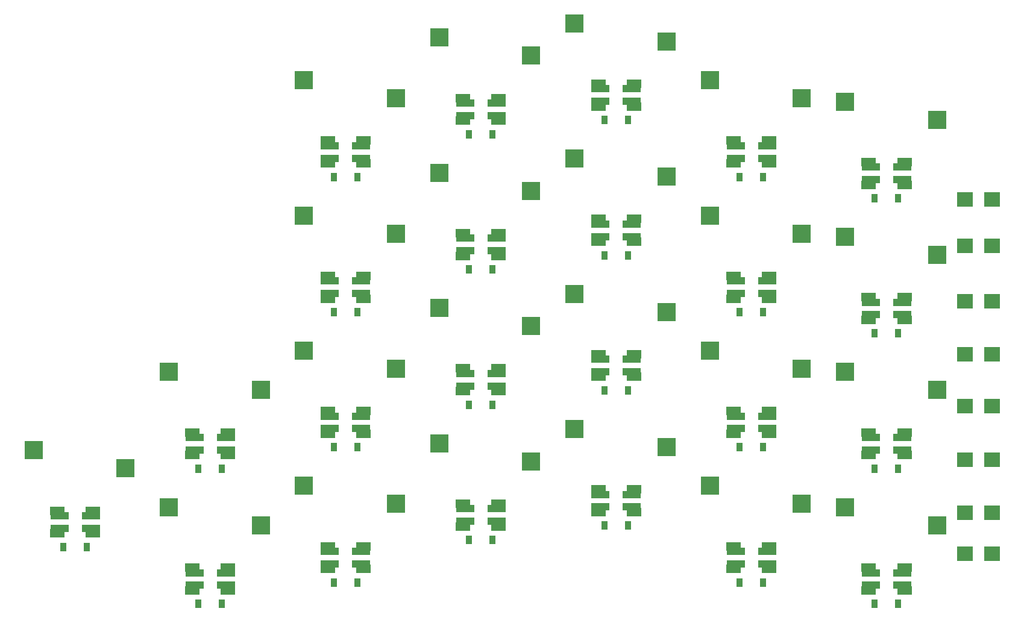
<source format=gbr>
%TF.GenerationSoftware,KiCad,Pcbnew,6.0.10-86aedd382b~118~ubuntu22.04.1*%
%TF.CreationDate,2023-01-31T18:23:29-07:00*%
%TF.ProjectId,scaarix_flow,73636161-7269-4785-9f66-6c6f772e6b69,v1.0.0*%
%TF.SameCoordinates,Original*%
%TF.FileFunction,Paste,Top*%
%TF.FilePolarity,Positive*%
%FSLAX46Y46*%
G04 Gerber Fmt 4.6, Leading zero omitted, Abs format (unit mm)*
G04 Created by KiCad (PCBNEW 6.0.10-86aedd382b~118~ubuntu22.04.1) date 2023-01-31 18:23:29*
%MOMM*%
%LPD*%
G01*
G04 APERTURE LIST*
%ADD10R,2.600000X1.000000*%
%ADD11R,2.000000X1.200000*%
%ADD12R,0.900000X1.200000*%
%ADD13R,2.550000X2.500000*%
%ADD14R,2.200000X2.000000*%
G04 APERTURE END LIST*
D10*
%TO.C,LED19*%
X223900000Y-61425000D03*
X223900000Y-63175000D03*
X228300000Y-63175000D03*
X228300000Y-61425000D03*
D11*
X223600000Y-60700000D03*
X223600000Y-63900000D03*
X228600000Y-63900000D03*
X228600000Y-60700000D03*
%TD*%
D12*
%TO.C,D6*%
X167450000Y-84800000D03*
X170750000Y-84800000D03*
%TD*%
%TO.C,D9*%
X186450000Y-97800000D03*
X189750000Y-97800000D03*
%TD*%
D10*
%TO.C,LED1*%
X128900000Y-113425000D03*
X128900000Y-115175000D03*
X133300000Y-115175000D03*
X133300000Y-113425000D03*
D11*
X128600000Y-112700000D03*
X128600000Y-115900000D03*
X133600000Y-115900000D03*
X133600000Y-112700000D03*
%TD*%
D10*
%TO.C,LED20*%
X242900000Y-121425000D03*
X242900000Y-123175000D03*
X247300000Y-123175000D03*
X247300000Y-121425000D03*
D11*
X242600000Y-120700000D03*
X242600000Y-123900000D03*
X247600000Y-123900000D03*
X247600000Y-120700000D03*
%TD*%
D13*
%TO.C,S15*%
X214185000Y-46760000D03*
X201258000Y-44220000D03*
%TD*%
D10*
%TO.C,LED16*%
X223900000Y-118425000D03*
X223900000Y-120175000D03*
X228300000Y-120175000D03*
X228300000Y-118425000D03*
D11*
X223600000Y-117700000D03*
X223600000Y-120900000D03*
X228600000Y-120900000D03*
X228600000Y-117700000D03*
%TD*%
D13*
%TO.C,S10*%
X195185000Y-67760000D03*
X182258000Y-65220000D03*
%TD*%
%TO.C,S3*%
X157185000Y-95760000D03*
X144258000Y-93220000D03*
%TD*%
D10*
%TO.C,LED23*%
X242900000Y-64425000D03*
X242900000Y-66175000D03*
X247300000Y-66175000D03*
X247300000Y-64425000D03*
D11*
X242600000Y-63700000D03*
X242600000Y-66900000D03*
X247600000Y-66900000D03*
X247600000Y-63700000D03*
%TD*%
D13*
%TO.C,S22*%
X252185000Y-76760000D03*
X239258000Y-74220000D03*
%TD*%
%TO.C,S20*%
X252185000Y-114760000D03*
X239258000Y-112220000D03*
%TD*%
D12*
%TO.C,D19*%
X224450000Y-65800000D03*
X227750000Y-65800000D03*
%TD*%
D13*
%TO.C,S16*%
X233185000Y-111760000D03*
X220258000Y-109220000D03*
%TD*%
D10*
%TO.C,LED9*%
X185900000Y-93425000D03*
X185900000Y-95175000D03*
X190300000Y-95175000D03*
X190300000Y-93425000D03*
D11*
X185600000Y-92700000D03*
X185600000Y-95900000D03*
X190600000Y-95900000D03*
X190600000Y-92700000D03*
%TD*%
D10*
%TO.C,LED10*%
X185900000Y-74425000D03*
X185900000Y-76175000D03*
X190300000Y-76175000D03*
X190300000Y-74425000D03*
D11*
X185600000Y-73700000D03*
X185600000Y-76900000D03*
X190600000Y-76900000D03*
X190600000Y-73700000D03*
%TD*%
D13*
%TO.C,S9*%
X195185000Y-86760000D03*
X182258000Y-84220000D03*
%TD*%
D12*
%TO.C,D3*%
X148450000Y-106800000D03*
X151750000Y-106800000D03*
%TD*%
D13*
%TO.C,S19*%
X233185000Y-54760000D03*
X220258000Y-52220000D03*
%TD*%
D12*
%TO.C,D14*%
X205450000Y-76800000D03*
X208750000Y-76800000D03*
%TD*%
%TO.C,D17*%
X224450000Y-103800000D03*
X227750000Y-103800000D03*
%TD*%
%TO.C,D8*%
X186450000Y-116800000D03*
X189750000Y-116800000D03*
%TD*%
D13*
%TO.C,S4*%
X176185000Y-111760000D03*
X163258000Y-109220000D03*
%TD*%
D12*
%TO.C,D1*%
X129450000Y-117800000D03*
X132750000Y-117800000D03*
%TD*%
D10*
%TO.C,LED5*%
X166900000Y-99425000D03*
X166900000Y-101175000D03*
X171300000Y-101175000D03*
X171300000Y-99425000D03*
D11*
X166600000Y-98700000D03*
X166600000Y-101900000D03*
X171600000Y-101900000D03*
X171600000Y-98700000D03*
%TD*%
D10*
%TO.C,LED2*%
X147900000Y-121425000D03*
X147900000Y-123175000D03*
X152300000Y-123175000D03*
X152300000Y-121425000D03*
D11*
X147600000Y-120700000D03*
X147600000Y-123900000D03*
X152600000Y-123900000D03*
X152600000Y-120700000D03*
%TD*%
D10*
%TO.C,LED7*%
X166900000Y-61425000D03*
X166900000Y-63175000D03*
X171300000Y-63175000D03*
X171300000Y-61425000D03*
D11*
X166600000Y-60700000D03*
X166600000Y-63900000D03*
X171600000Y-63900000D03*
X171600000Y-60700000D03*
%TD*%
D10*
%TO.C,LED3*%
X147900000Y-102425000D03*
X147900000Y-104175000D03*
X152300000Y-104175000D03*
X152300000Y-102425000D03*
D11*
X147600000Y-101700000D03*
X147600000Y-104900000D03*
X152600000Y-104900000D03*
X152600000Y-101700000D03*
%TD*%
D10*
%TO.C,LED12*%
X204900000Y-110425000D03*
X204900000Y-112175000D03*
X209300000Y-112175000D03*
X209300000Y-110425000D03*
D11*
X204600000Y-109700000D03*
X204600000Y-112900000D03*
X209600000Y-112900000D03*
X209600000Y-109700000D03*
%TD*%
D12*
%TO.C,D22*%
X243450000Y-87800000D03*
X246750000Y-87800000D03*
%TD*%
D13*
%TO.C,S11*%
X195185000Y-48760000D03*
X182258000Y-46220000D03*
%TD*%
D12*
%TO.C,D16*%
X224450000Y-122800000D03*
X227750000Y-122800000D03*
%TD*%
%TO.C,D4*%
X167450000Y-122800000D03*
X170750000Y-122800000D03*
%TD*%
D10*
%TO.C,LED17*%
X223900000Y-99425000D03*
X223900000Y-101175000D03*
X228300000Y-101175000D03*
X228300000Y-99425000D03*
D11*
X223600000Y-98700000D03*
X223600000Y-101900000D03*
X228600000Y-101900000D03*
X228600000Y-98700000D03*
%TD*%
D13*
%TO.C,S23*%
X252185000Y-57760000D03*
X239258000Y-55220000D03*
%TD*%
D10*
%TO.C,LED13*%
X204900000Y-91425000D03*
X204900000Y-93175000D03*
X209300000Y-93175000D03*
X209300000Y-91425000D03*
D11*
X204600000Y-90700000D03*
X204600000Y-93900000D03*
X209600000Y-93900000D03*
X209600000Y-90700000D03*
%TD*%
D10*
%TO.C,LED21*%
X242900000Y-102425000D03*
X242900000Y-104175000D03*
X247300000Y-104175000D03*
X247300000Y-102425000D03*
D11*
X242600000Y-101700000D03*
X242600000Y-104900000D03*
X247600000Y-104900000D03*
X247600000Y-101700000D03*
%TD*%
D12*
%TO.C,D15*%
X205450000Y-57800000D03*
X208750000Y-57800000D03*
%TD*%
%TO.C,D20*%
X243450000Y-125800000D03*
X246750000Y-125800000D03*
%TD*%
D13*
%TO.C,S21*%
X252185000Y-95760000D03*
X239258000Y-93220000D03*
%TD*%
D10*
%TO.C,LED15*%
X204900000Y-53425000D03*
X204900000Y-55175000D03*
X209300000Y-55175000D03*
X209300000Y-53425000D03*
D11*
X204600000Y-52700000D03*
X204600000Y-55900000D03*
X209600000Y-55900000D03*
X209600000Y-52700000D03*
%TD*%
D13*
%TO.C,S2*%
X157185000Y-114760000D03*
X144258000Y-112220000D03*
%TD*%
D10*
%TO.C,LED6*%
X166900000Y-80425000D03*
X166900000Y-82175000D03*
X171300000Y-82175000D03*
X171300000Y-80425000D03*
D11*
X166600000Y-79700000D03*
X166600000Y-82900000D03*
X171600000Y-82900000D03*
X171600000Y-79700000D03*
%TD*%
D12*
%TO.C,D2*%
X148450000Y-125800000D03*
X151750000Y-125800000D03*
%TD*%
D13*
%TO.C,S8*%
X195185000Y-105760000D03*
X182258000Y-103220000D03*
%TD*%
D12*
%TO.C,D5*%
X167450000Y-103800000D03*
X170750000Y-103800000D03*
%TD*%
D13*
%TO.C,S13*%
X214185000Y-84760000D03*
X201258000Y-82220000D03*
%TD*%
D12*
%TO.C,D7*%
X167450000Y-65800000D03*
X170750000Y-65800000D03*
%TD*%
D13*
%TO.C,S1*%
X138185000Y-106760000D03*
X125258000Y-104220000D03*
%TD*%
D12*
%TO.C,D13*%
X205450000Y-95800000D03*
X208750000Y-95800000D03*
%TD*%
D13*
%TO.C,S5*%
X176185000Y-92760000D03*
X163258000Y-90220000D03*
%TD*%
D12*
%TO.C,D18*%
X224450000Y-84800000D03*
X227750000Y-84800000D03*
%TD*%
D13*
%TO.C,S6*%
X176185000Y-73760000D03*
X163258000Y-71220000D03*
%TD*%
%TO.C,S12*%
X214185000Y-103760000D03*
X201258000Y-101220000D03*
%TD*%
%TO.C,S7*%
X176185000Y-54760000D03*
X163258000Y-52220000D03*
%TD*%
%TO.C,S14*%
X214185000Y-65760000D03*
X201258000Y-63220000D03*
%TD*%
D10*
%TO.C,LED11*%
X185900000Y-55425000D03*
X185900000Y-57175000D03*
X190300000Y-57175000D03*
X190300000Y-55425000D03*
D11*
X185600000Y-54700000D03*
X185600000Y-57900000D03*
X190600000Y-57900000D03*
X190600000Y-54700000D03*
%TD*%
D13*
%TO.C,S18*%
X233185000Y-73760000D03*
X220258000Y-71220000D03*
%TD*%
D12*
%TO.C,D21*%
X243450000Y-106800000D03*
X246750000Y-106800000D03*
%TD*%
%TO.C,D11*%
X186450000Y-59800000D03*
X189750000Y-59800000D03*
%TD*%
D13*
%TO.C,S17*%
X233185000Y-92760000D03*
X220258000Y-90220000D03*
%TD*%
D10*
%TO.C,LED14*%
X204900000Y-72425000D03*
X204900000Y-74175000D03*
X209300000Y-74175000D03*
X209300000Y-72425000D03*
D11*
X204600000Y-71700000D03*
X204600000Y-74900000D03*
X209600000Y-74900000D03*
X209600000Y-71700000D03*
%TD*%
D10*
%TO.C,LED22*%
X242900000Y-83425000D03*
X242900000Y-85175000D03*
X247300000Y-85175000D03*
X247300000Y-83425000D03*
D11*
X242600000Y-82700000D03*
X242600000Y-85900000D03*
X247600000Y-85900000D03*
X247600000Y-82700000D03*
%TD*%
D10*
%TO.C,LED4*%
X166900000Y-118425000D03*
X166900000Y-120175000D03*
X171300000Y-120175000D03*
X171300000Y-118425000D03*
D11*
X166600000Y-117700000D03*
X166600000Y-120900000D03*
X171600000Y-120900000D03*
X171600000Y-117700000D03*
%TD*%
D10*
%TO.C,LED18*%
X223900000Y-80425000D03*
X223900000Y-82175000D03*
X228300000Y-82175000D03*
X228300000Y-80425000D03*
D11*
X223600000Y-79700000D03*
X223600000Y-82900000D03*
X228600000Y-82900000D03*
X228600000Y-79700000D03*
%TD*%
D12*
%TO.C,D10*%
X186450000Y-78800000D03*
X189750000Y-78800000D03*
%TD*%
%TO.C,D23*%
X243450000Y-68800000D03*
X246750000Y-68800000D03*
%TD*%
%TO.C,D12*%
X205450000Y-114800000D03*
X208750000Y-114800000D03*
%TD*%
D10*
%TO.C,LED8*%
X185900000Y-112425000D03*
X185900000Y-114175000D03*
X190300000Y-114175000D03*
X190300000Y-112425000D03*
D11*
X185600000Y-111700000D03*
X185600000Y-114900000D03*
X190600000Y-114900000D03*
X190600000Y-111700000D03*
%TD*%
D14*
%TO.C,J1*%
X256100000Y-69000000D03*
X259900000Y-69000000D03*
X256100000Y-75500000D03*
X259900000Y-75500000D03*
X259900000Y-83250000D03*
X256100000Y-83250000D03*
X259900000Y-90750000D03*
X259900000Y-98000000D03*
X256100000Y-90750000D03*
X256100000Y-98000000D03*
X259900000Y-105500000D03*
X256100000Y-105500000D03*
X259900000Y-113000000D03*
X256100000Y-113000000D03*
X259900000Y-118750000D03*
X256100000Y-118750000D03*
%TD*%
M02*

</source>
